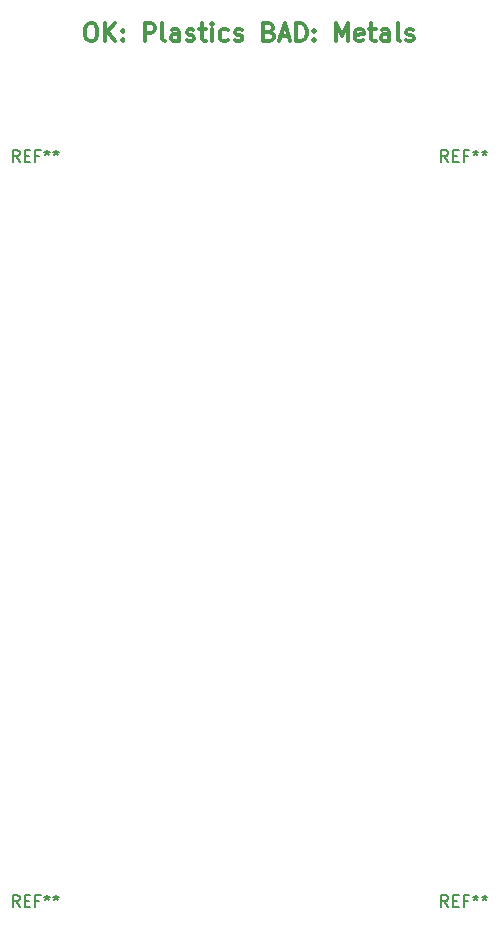
<source format=gbr>
G04 #@! TF.GenerationSoftware,KiCad,Pcbnew,5.0.2-bee76a0~70~ubuntu18.04.1*
G04 #@! TF.CreationDate,2019-01-05T09:40:10+09:00*
G04 #@! TF.ProjectId,bottom_pcb,626f7474-6f6d-45f7-9063-622e6b696361,rev?*
G04 #@! TF.SameCoordinates,Original*
G04 #@! TF.FileFunction,Legend,Top*
G04 #@! TF.FilePolarity,Positive*
%FSLAX46Y46*%
G04 Gerber Fmt 4.6, Leading zero omitted, Abs format (unit mm)*
G04 Created by KiCad (PCBNEW 5.0.2-bee76a0~70~ubuntu18.04.1) date 2019年01月05日 09時40分10秒*
%MOMM*%
%LPD*%
G01*
G04 APERTURE LIST*
%ADD10C,0.300000*%
%ADD11C,0.150000*%
G04 APERTURE END LIST*
D10*
X134104325Y-37100771D02*
X134390040Y-37100771D01*
X134532897Y-37172200D01*
X134675754Y-37315057D01*
X134747182Y-37600771D01*
X134747182Y-38100771D01*
X134675754Y-38386485D01*
X134532897Y-38529342D01*
X134390040Y-38600771D01*
X134104325Y-38600771D01*
X133961468Y-38529342D01*
X133818611Y-38386485D01*
X133747182Y-38100771D01*
X133747182Y-37600771D01*
X133818611Y-37315057D01*
X133961468Y-37172200D01*
X134104325Y-37100771D01*
X135390040Y-38600771D02*
X135390040Y-37100771D01*
X136247182Y-38600771D02*
X135604325Y-37743628D01*
X136247182Y-37100771D02*
X135390040Y-37957914D01*
X136890040Y-38457914D02*
X136961468Y-38529342D01*
X136890040Y-38600771D01*
X136818611Y-38529342D01*
X136890040Y-38457914D01*
X136890040Y-38600771D01*
X136890040Y-37672200D02*
X136961468Y-37743628D01*
X136890040Y-37815057D01*
X136818611Y-37743628D01*
X136890040Y-37672200D01*
X136890040Y-37815057D01*
X138747182Y-38600771D02*
X138747182Y-37100771D01*
X139318611Y-37100771D01*
X139461468Y-37172200D01*
X139532897Y-37243628D01*
X139604325Y-37386485D01*
X139604325Y-37600771D01*
X139532897Y-37743628D01*
X139461468Y-37815057D01*
X139318611Y-37886485D01*
X138747182Y-37886485D01*
X140461468Y-38600771D02*
X140318611Y-38529342D01*
X140247182Y-38386485D01*
X140247182Y-37100771D01*
X141675754Y-38600771D02*
X141675754Y-37815057D01*
X141604325Y-37672200D01*
X141461468Y-37600771D01*
X141175754Y-37600771D01*
X141032897Y-37672200D01*
X141675754Y-38529342D02*
X141532897Y-38600771D01*
X141175754Y-38600771D01*
X141032897Y-38529342D01*
X140961468Y-38386485D01*
X140961468Y-38243628D01*
X141032897Y-38100771D01*
X141175754Y-38029342D01*
X141532897Y-38029342D01*
X141675754Y-37957914D01*
X142318611Y-38529342D02*
X142461468Y-38600771D01*
X142747182Y-38600771D01*
X142890040Y-38529342D01*
X142961468Y-38386485D01*
X142961468Y-38315057D01*
X142890040Y-38172200D01*
X142747182Y-38100771D01*
X142532897Y-38100771D01*
X142390040Y-38029342D01*
X142318611Y-37886485D01*
X142318611Y-37815057D01*
X142390040Y-37672200D01*
X142532897Y-37600771D01*
X142747182Y-37600771D01*
X142890040Y-37672200D01*
X143390040Y-37600771D02*
X143961468Y-37600771D01*
X143604325Y-37100771D02*
X143604325Y-38386485D01*
X143675754Y-38529342D01*
X143818611Y-38600771D01*
X143961468Y-38600771D01*
X144461468Y-38600771D02*
X144461468Y-37600771D01*
X144461468Y-37100771D02*
X144390040Y-37172200D01*
X144461468Y-37243628D01*
X144532897Y-37172200D01*
X144461468Y-37100771D01*
X144461468Y-37243628D01*
X145818611Y-38529342D02*
X145675754Y-38600771D01*
X145390040Y-38600771D01*
X145247182Y-38529342D01*
X145175754Y-38457914D01*
X145104325Y-38315057D01*
X145104325Y-37886485D01*
X145175754Y-37743628D01*
X145247182Y-37672200D01*
X145390040Y-37600771D01*
X145675754Y-37600771D01*
X145818611Y-37672200D01*
X146390040Y-38529342D02*
X146532897Y-38600771D01*
X146818611Y-38600771D01*
X146961468Y-38529342D01*
X147032897Y-38386485D01*
X147032897Y-38315057D01*
X146961468Y-38172200D01*
X146818611Y-38100771D01*
X146604325Y-38100771D01*
X146461468Y-38029342D01*
X146390040Y-37886485D01*
X146390040Y-37815057D01*
X146461468Y-37672200D01*
X146604325Y-37600771D01*
X146818611Y-37600771D01*
X146961468Y-37672200D01*
X149318611Y-37815057D02*
X149532897Y-37886485D01*
X149604325Y-37957914D01*
X149675754Y-38100771D01*
X149675754Y-38315057D01*
X149604325Y-38457914D01*
X149532897Y-38529342D01*
X149390040Y-38600771D01*
X148818611Y-38600771D01*
X148818611Y-37100771D01*
X149318611Y-37100771D01*
X149461468Y-37172200D01*
X149532897Y-37243628D01*
X149604325Y-37386485D01*
X149604325Y-37529342D01*
X149532897Y-37672200D01*
X149461468Y-37743628D01*
X149318611Y-37815057D01*
X148818611Y-37815057D01*
X150247182Y-38172200D02*
X150961468Y-38172200D01*
X150104325Y-38600771D02*
X150604325Y-37100771D01*
X151104325Y-38600771D01*
X151604325Y-38600771D02*
X151604325Y-37100771D01*
X151961468Y-37100771D01*
X152175754Y-37172200D01*
X152318611Y-37315057D01*
X152390040Y-37457914D01*
X152461468Y-37743628D01*
X152461468Y-37957914D01*
X152390040Y-38243628D01*
X152318611Y-38386485D01*
X152175754Y-38529342D01*
X151961468Y-38600771D01*
X151604325Y-38600771D01*
X153104325Y-38457914D02*
X153175754Y-38529342D01*
X153104325Y-38600771D01*
X153032897Y-38529342D01*
X153104325Y-38457914D01*
X153104325Y-38600771D01*
X153104325Y-37672200D02*
X153175754Y-37743628D01*
X153104325Y-37815057D01*
X153032897Y-37743628D01*
X153104325Y-37672200D01*
X153104325Y-37815057D01*
X154961468Y-38600771D02*
X154961468Y-37100771D01*
X155461468Y-38172200D01*
X155961468Y-37100771D01*
X155961468Y-38600771D01*
X157247182Y-38529342D02*
X157104325Y-38600771D01*
X156818611Y-38600771D01*
X156675754Y-38529342D01*
X156604325Y-38386485D01*
X156604325Y-37815057D01*
X156675754Y-37672200D01*
X156818611Y-37600771D01*
X157104325Y-37600771D01*
X157247182Y-37672200D01*
X157318611Y-37815057D01*
X157318611Y-37957914D01*
X156604325Y-38100771D01*
X157747182Y-37600771D02*
X158318611Y-37600771D01*
X157961468Y-37100771D02*
X157961468Y-38386485D01*
X158032897Y-38529342D01*
X158175754Y-38600771D01*
X158318611Y-38600771D01*
X159461468Y-38600771D02*
X159461468Y-37815057D01*
X159390040Y-37672200D01*
X159247182Y-37600771D01*
X158961468Y-37600771D01*
X158818611Y-37672200D01*
X159461468Y-38529342D02*
X159318611Y-38600771D01*
X158961468Y-38600771D01*
X158818611Y-38529342D01*
X158747182Y-38386485D01*
X158747182Y-38243628D01*
X158818611Y-38100771D01*
X158961468Y-38029342D01*
X159318611Y-38029342D01*
X159461468Y-37957914D01*
X160390040Y-38600771D02*
X160247182Y-38529342D01*
X160175754Y-38386485D01*
X160175754Y-37100771D01*
X160890040Y-38529342D02*
X161032897Y-38600771D01*
X161318611Y-38600771D01*
X161461468Y-38529342D01*
X161532897Y-38386485D01*
X161532897Y-38315057D01*
X161461468Y-38172200D01*
X161318611Y-38100771D01*
X161104325Y-38100771D01*
X160961468Y-38029342D01*
X160890040Y-37886485D01*
X160890040Y-37815057D01*
X160961468Y-37672200D01*
X161104325Y-37600771D01*
X161318611Y-37600771D01*
X161461468Y-37672200D01*
G04 #@! TO.C,REF\002A\002A*
D11*
X128165626Y-48811780D02*
X127832293Y-48335590D01*
X127594198Y-48811780D02*
X127594198Y-47811780D01*
X127975150Y-47811780D01*
X128070388Y-47859400D01*
X128118007Y-47907019D01*
X128165626Y-48002257D01*
X128165626Y-48145114D01*
X128118007Y-48240352D01*
X128070388Y-48287971D01*
X127975150Y-48335590D01*
X127594198Y-48335590D01*
X128594198Y-48287971D02*
X128927531Y-48287971D01*
X129070388Y-48811780D02*
X128594198Y-48811780D01*
X128594198Y-47811780D01*
X129070388Y-47811780D01*
X129832293Y-48287971D02*
X129498960Y-48287971D01*
X129498960Y-48811780D02*
X129498960Y-47811780D01*
X129975150Y-47811780D01*
X130498960Y-47811780D02*
X130498960Y-48049876D01*
X130260864Y-47954638D02*
X130498960Y-48049876D01*
X130737055Y-47954638D01*
X130356102Y-48240352D02*
X130498960Y-48049876D01*
X130641817Y-48240352D01*
X131260864Y-47811780D02*
X131260864Y-48049876D01*
X131022769Y-47954638D02*
X131260864Y-48049876D01*
X131498960Y-47954638D01*
X131118007Y-48240352D02*
X131260864Y-48049876D01*
X131403721Y-48240352D01*
X164437626Y-48811780D02*
X164104293Y-48335590D01*
X163866198Y-48811780D02*
X163866198Y-47811780D01*
X164247150Y-47811780D01*
X164342388Y-47859400D01*
X164390007Y-47907019D01*
X164437626Y-48002257D01*
X164437626Y-48145114D01*
X164390007Y-48240352D01*
X164342388Y-48287971D01*
X164247150Y-48335590D01*
X163866198Y-48335590D01*
X164866198Y-48287971D02*
X165199531Y-48287971D01*
X165342388Y-48811780D02*
X164866198Y-48811780D01*
X164866198Y-47811780D01*
X165342388Y-47811780D01*
X166104293Y-48287971D02*
X165770960Y-48287971D01*
X165770960Y-48811780D02*
X165770960Y-47811780D01*
X166247150Y-47811780D01*
X166770960Y-47811780D02*
X166770960Y-48049876D01*
X166532864Y-47954638D02*
X166770960Y-48049876D01*
X167009055Y-47954638D01*
X166628102Y-48240352D02*
X166770960Y-48049876D01*
X166913817Y-48240352D01*
X167532864Y-47811780D02*
X167532864Y-48049876D01*
X167294769Y-47954638D02*
X167532864Y-48049876D01*
X167770960Y-47954638D01*
X167390007Y-48240352D02*
X167532864Y-48049876D01*
X167675721Y-48240352D01*
X164437626Y-111903780D02*
X164104293Y-111427590D01*
X163866198Y-111903780D02*
X163866198Y-110903780D01*
X164247150Y-110903780D01*
X164342388Y-110951400D01*
X164390007Y-110999019D01*
X164437626Y-111094257D01*
X164437626Y-111237114D01*
X164390007Y-111332352D01*
X164342388Y-111379971D01*
X164247150Y-111427590D01*
X163866198Y-111427590D01*
X164866198Y-111379971D02*
X165199531Y-111379971D01*
X165342388Y-111903780D02*
X164866198Y-111903780D01*
X164866198Y-110903780D01*
X165342388Y-110903780D01*
X166104293Y-111379971D02*
X165770960Y-111379971D01*
X165770960Y-111903780D02*
X165770960Y-110903780D01*
X166247150Y-110903780D01*
X166770960Y-110903780D02*
X166770960Y-111141876D01*
X166532864Y-111046638D02*
X166770960Y-111141876D01*
X167009055Y-111046638D01*
X166628102Y-111332352D02*
X166770960Y-111141876D01*
X166913817Y-111332352D01*
X167532864Y-110903780D02*
X167532864Y-111141876D01*
X167294769Y-111046638D02*
X167532864Y-111141876D01*
X167770960Y-111046638D01*
X167390007Y-111332352D02*
X167532864Y-111141876D01*
X167675721Y-111332352D01*
X128165626Y-111903780D02*
X127832293Y-111427590D01*
X127594198Y-111903780D02*
X127594198Y-110903780D01*
X127975150Y-110903780D01*
X128070388Y-110951400D01*
X128118007Y-110999019D01*
X128165626Y-111094257D01*
X128165626Y-111237114D01*
X128118007Y-111332352D01*
X128070388Y-111379971D01*
X127975150Y-111427590D01*
X127594198Y-111427590D01*
X128594198Y-111379971D02*
X128927531Y-111379971D01*
X129070388Y-111903780D02*
X128594198Y-111903780D01*
X128594198Y-110903780D01*
X129070388Y-110903780D01*
X129832293Y-111379971D02*
X129498960Y-111379971D01*
X129498960Y-111903780D02*
X129498960Y-110903780D01*
X129975150Y-110903780D01*
X130498960Y-110903780D02*
X130498960Y-111141876D01*
X130260864Y-111046638D02*
X130498960Y-111141876D01*
X130737055Y-111046638D01*
X130356102Y-111332352D02*
X130498960Y-111141876D01*
X130641817Y-111332352D01*
X131260864Y-110903780D02*
X131260864Y-111141876D01*
X131022769Y-111046638D02*
X131260864Y-111141876D01*
X131498960Y-111046638D01*
X131118007Y-111332352D02*
X131260864Y-111141876D01*
X131403721Y-111332352D01*
G04 #@! TD*
M02*

</source>
